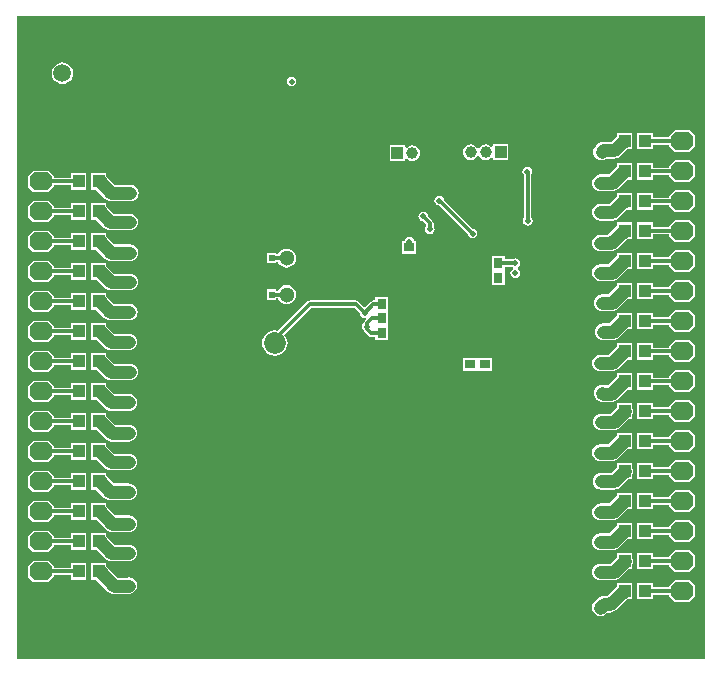
<source format=gbl>
G04*
G04 #@! TF.GenerationSoftware,Altium Limited,Altium Designer,22.3.1 (43)*
G04*
G04 Layer_Physical_Order=6*
G04 Layer_Color=16711680*
%FSLAX25Y25*%
%MOIN*%
G70*
G04*
G04 #@! TF.SameCoordinates,37EF6849-63C4-43C5-BECF-61DC3FF8894A*
G04*
G04*
G04 #@! TF.FilePolarity,Positive*
G04*
G01*
G75*
%ADD22R,0.03937X0.04331*%
%ADD46C,0.01181*%
%ADD47C,0.03937*%
%ADD48C,0.01190*%
%ADD53C,0.04300*%
%ADD54R,0.03937X0.03937*%
%ADD55C,0.03937*%
%ADD56C,0.05118*%
%ADD57C,0.07284*%
%ADD58R,0.07284X0.07284*%
G04:AMPARAMS|DCode=59|XSize=75mil|YSize=60mil|CornerRadius=0mil|HoleSize=0mil|Usage=FLASHONLY|Rotation=180.000|XOffset=0mil|YOffset=0mil|HoleType=Round|Shape=Octagon|*
%AMOCTAGOND59*
4,1,8,-0.03750,0.01500,-0.03750,-0.01500,-0.02250,-0.03000,0.02250,-0.03000,0.03750,-0.01500,0.03750,0.01500,0.02250,0.03000,-0.02250,0.03000,-0.03750,0.01500,0.0*
%
%ADD59OCTAGOND59*%

%ADD60R,0.05906X0.05906*%
%ADD61C,0.05906*%
%ADD62C,0.02000*%
%ADD70R,0.03150X0.03543*%
%ADD71R,0.03543X0.03150*%
%ADD72R,0.01968X0.02362*%
%ADD73C,0.03200*%
G36*
X231457Y25543D02*
X2243D01*
Y239757D01*
X231457D01*
X231457Y25543D01*
D02*
G37*
%LPC*%
G36*
X17300Y224383D02*
X16373Y224261D01*
X15508Y223903D01*
X14766Y223334D01*
X14197Y222592D01*
X13839Y221727D01*
X13717Y220800D01*
X13839Y219873D01*
X14197Y219008D01*
X14766Y218266D01*
X15508Y217697D01*
X16373Y217339D01*
X17300Y217217D01*
X18227Y217339D01*
X19092Y217697D01*
X19834Y218266D01*
X20403Y219008D01*
X20761Y219873D01*
X20883Y220800D01*
X20761Y221727D01*
X20403Y222592D01*
X19834Y223334D01*
X19092Y223903D01*
X18227Y224261D01*
X17300Y224383D01*
D02*
G37*
G36*
X93700Y219631D02*
X93076Y219507D01*
X92546Y219153D01*
X92193Y218624D01*
X92069Y218000D01*
X92193Y217376D01*
X92546Y216846D01*
X93076Y216493D01*
X93700Y216369D01*
X94324Y216493D01*
X94854Y216846D01*
X95207Y217376D01*
X95331Y218000D01*
X95207Y218624D01*
X94854Y219153D01*
X94324Y219507D01*
X93700Y219631D01*
D02*
G37*
G36*
X226450Y201800D02*
X221350D01*
X219550Y200000D01*
Y199414D01*
X214015D01*
Y200965D01*
X208878D01*
Y195435D01*
X214015D01*
Y196986D01*
X219550D01*
Y196400D01*
X221350Y194600D01*
X226450D01*
X228250Y196400D01*
Y200000D01*
X226450Y201800D01*
D02*
G37*
G36*
X133976Y196761D02*
X133306Y196672D01*
X132681Y196414D01*
X132144Y196002D01*
X132045Y195872D01*
X131545Y196042D01*
Y196739D01*
X126408D01*
Y191602D01*
X131545D01*
Y192298D01*
X132045Y192468D01*
X132144Y192338D01*
X132681Y191927D01*
X133306Y191668D01*
X133976Y191579D01*
X134647Y191668D01*
X135272Y191927D01*
X135808Y192338D01*
X136220Y192875D01*
X136479Y193500D01*
X136567Y194170D01*
X136479Y194841D01*
X136220Y195465D01*
X135808Y196002D01*
X135272Y196414D01*
X134647Y196672D01*
X133976Y196761D01*
D02*
G37*
G36*
X158346Y197079D02*
X157676Y196991D01*
X157051Y196732D01*
X156515Y196320D01*
X156121Y195808D01*
X155852Y195768D01*
X155841D01*
X155572Y195808D01*
X155178Y196320D01*
X154642Y196732D01*
X154017Y196991D01*
X153347Y197079D01*
X152676Y196991D01*
X152051Y196732D01*
X151515Y196320D01*
X151103Y195783D01*
X150844Y195159D01*
X150756Y194488D01*
X150844Y193818D01*
X151103Y193193D01*
X151515Y192656D01*
X152051Y192245D01*
X152676Y191986D01*
X153347Y191897D01*
X154017Y191986D01*
X154642Y192245D01*
X155178Y192656D01*
X155572Y193169D01*
X155841Y193208D01*
X155852D01*
X156121Y193169D01*
X156515Y192656D01*
X157051Y192245D01*
X157676Y191986D01*
X158346Y191897D01*
X159017Y191986D01*
X159642Y192245D01*
X160178Y192656D01*
X160278Y192786D01*
X160778Y192616D01*
Y191920D01*
X165915D01*
Y197057D01*
X160778D01*
Y196360D01*
X160278Y196190D01*
X160178Y196320D01*
X159642Y196732D01*
X159017Y196991D01*
X158346Y197079D01*
D02*
G37*
G36*
X204360Y200974D02*
X204296Y200965D01*
X202185D01*
Y199948D01*
X200090Y197853D01*
X197625D01*
X196907Y197758D01*
X196238Y197481D01*
X195663Y197040D01*
X195053Y196429D01*
X194612Y195855D01*
X194335Y195186D01*
X194240Y194468D01*
X194335Y193750D01*
X194612Y193081D01*
X195053Y192507D01*
X195627Y192066D01*
X196296Y191789D01*
X197014Y191694D01*
X197732Y191789D01*
X198401Y192066D01*
X198712Y192305D01*
X201239D01*
X201957Y192400D01*
X202625Y192677D01*
X203200Y193117D01*
X205517Y195435D01*
X207322D01*
Y200965D01*
X204423D01*
X204360Y200974D01*
D02*
G37*
G36*
X226450Y191800D02*
X221350D01*
X219550Y190000D01*
Y189314D01*
X214015D01*
Y190865D01*
X208878D01*
Y185335D01*
X214015D01*
Y186886D01*
X219550D01*
Y186400D01*
X221350Y184600D01*
X226450D01*
X228250Y186400D01*
Y190000D01*
X226450Y191800D01*
D02*
G37*
G36*
X12650Y188300D02*
X7550D01*
X5750Y186500D01*
Y182900D01*
X7550Y181100D01*
X12650D01*
X14450Y182900D01*
Y183486D01*
X20145D01*
Y181935D01*
X25282D01*
Y187465D01*
X20145D01*
Y185914D01*
X14450D01*
Y186500D01*
X12650Y188300D01*
D02*
G37*
G36*
X204360Y190874D02*
X204296Y190865D01*
X202185D01*
Y189848D01*
X199363Y187026D01*
X196653D01*
X195936Y186931D01*
X195267Y186654D01*
X194692Y186213D01*
X194251Y185639D01*
X193974Y184970D01*
X193880Y184252D01*
X193974Y183534D01*
X194251Y182865D01*
X194692Y182291D01*
X195267Y181850D01*
X195936Y181573D01*
X196653Y181478D01*
X200512D01*
X201230Y181573D01*
X201899Y181850D01*
X202473Y182291D01*
X205517Y185335D01*
X207322D01*
Y190865D01*
X204423D01*
X204360Y190874D01*
D02*
G37*
G36*
X226450Y181800D02*
X221350D01*
X219550Y180000D01*
Y179314D01*
X214015D01*
Y180865D01*
X208878D01*
Y175335D01*
X214015D01*
Y176886D01*
X219550D01*
Y176400D01*
X221350Y174600D01*
X226450D01*
X228250Y176400D01*
Y180000D01*
X226450Y181800D01*
D02*
G37*
G36*
X29800Y187474D02*
X29736Y187465D01*
X26838D01*
Y181935D01*
X28643D01*
X31633Y178944D01*
X32208Y178503D01*
X32877Y178226D01*
X33594Y178132D01*
X39961D01*
X40679Y178226D01*
X41348Y178503D01*
X41922Y178944D01*
X42363Y179519D01*
X42640Y180188D01*
X42734Y180905D01*
X42640Y181623D01*
X42363Y182292D01*
X41922Y182867D01*
X41348Y183308D01*
X40679Y183585D01*
X39961Y183679D01*
X34743D01*
X31975Y186448D01*
Y187465D01*
X29864D01*
X29800Y187474D01*
D02*
G37*
G36*
X12650Y178300D02*
X7550D01*
X5750Y176500D01*
Y172900D01*
X7550Y171100D01*
X12650D01*
X14450Y172900D01*
Y173486D01*
X20145D01*
Y171935D01*
X25282D01*
Y177465D01*
X20145D01*
Y175914D01*
X14450D01*
Y176500D01*
X12650Y178300D01*
D02*
G37*
G36*
X204360Y180874D02*
X204296Y180865D01*
X202185D01*
Y179848D01*
X199520Y177183D01*
X196653D01*
X195936Y177089D01*
X195267Y176812D01*
X194692Y176371D01*
X194251Y175796D01*
X193974Y175127D01*
X193880Y174409D01*
X193974Y173692D01*
X194251Y173023D01*
X194692Y172448D01*
X195267Y172007D01*
X195936Y171730D01*
X196653Y171636D01*
X200669D01*
X200669Y171636D01*
X201387Y171730D01*
X202056Y172007D01*
X202631Y172448D01*
X202631Y172448D01*
X205517Y175335D01*
X207322D01*
Y180865D01*
X204423D01*
X204360Y180874D01*
D02*
G37*
G36*
X172244Y189623D02*
X171620Y189499D01*
X171091Y189146D01*
X170737Y188616D01*
X170613Y187992D01*
X170737Y187368D01*
X171091Y186839D01*
X171227Y186747D01*
Y172692D01*
X170934Y172253D01*
X170810Y171628D01*
X170934Y171004D01*
X171287Y170475D01*
X171817Y170121D01*
X172441Y169997D01*
X173065Y170121D01*
X173594Y170475D01*
X173948Y171004D01*
X174072Y171628D01*
X173948Y172253D01*
X173655Y172692D01*
Y187223D01*
X173751Y187368D01*
X173875Y187992D01*
X173751Y188616D01*
X173398Y189146D01*
X172868Y189499D01*
X172244Y189623D01*
D02*
G37*
G36*
X226450Y171800D02*
X221350D01*
X219550Y170000D01*
Y169514D01*
X214015D01*
Y171065D01*
X208878D01*
Y165535D01*
X214015D01*
Y167086D01*
X219550D01*
Y166400D01*
X221350Y164600D01*
X226450D01*
X228250Y166400D01*
Y170000D01*
X226450Y171800D01*
D02*
G37*
G36*
X29800Y177474D02*
X29736Y177465D01*
X26838D01*
Y171935D01*
X28643D01*
X31343Y169234D01*
X31917Y168793D01*
X32586Y168516D01*
X33304Y168422D01*
X39700D01*
X40418Y168516D01*
X41087Y168793D01*
X41661Y169234D01*
X42102Y169809D01*
X42379Y170478D01*
X42473Y171196D01*
X42379Y171914D01*
X42102Y172582D01*
X41661Y173157D01*
X41087Y173598D01*
X40418Y173875D01*
X39700Y173969D01*
X34453D01*
X31975Y176448D01*
Y177465D01*
X29864D01*
X29800Y177474D01*
D02*
G37*
G36*
X137598Y174663D02*
X136974Y174539D01*
X136445Y174185D01*
X136091Y173656D01*
X135967Y173031D01*
X136091Y172407D01*
X136445Y171878D01*
X136974Y171524D01*
X137492Y171421D01*
X138596Y170318D01*
Y169764D01*
X138302Y169325D01*
X138178Y168701D01*
X138302Y168077D01*
X138656Y167547D01*
X139185Y167194D01*
X139810Y167069D01*
X140434Y167194D01*
X140963Y167547D01*
X141317Y168077D01*
X141441Y168701D01*
X141317Y169325D01*
X141023Y169764D01*
Y170820D01*
X141023Y170820D01*
X140931Y171285D01*
X140668Y171679D01*
X140668Y171679D01*
X139209Y173138D01*
X139106Y173656D01*
X138752Y174185D01*
X138223Y174539D01*
X137598Y174663D01*
D02*
G37*
G36*
X142913Y179978D02*
X142289Y179854D01*
X141760Y179500D01*
X141406Y178971D01*
X141282Y178347D01*
X141406Y177722D01*
X141760Y177193D01*
X142289Y176839D01*
X142913Y176715D01*
X142925Y176717D01*
X152423Y167219D01*
X152526Y166701D01*
X152880Y166172D01*
X153409Y165819D01*
X154033Y165694D01*
X154657Y165819D01*
X155187Y166172D01*
X155540Y166701D01*
X155665Y167326D01*
X155540Y167950D01*
X155187Y168479D01*
X154657Y168833D01*
X154140Y168936D01*
X144499Y178577D01*
X144421Y178971D01*
X144067Y179500D01*
X143538Y179854D01*
X142913Y179978D01*
D02*
G37*
G36*
X12650Y168300D02*
X7550D01*
X5750Y166500D01*
Y162900D01*
X7550Y161100D01*
X12650D01*
X14450Y162900D01*
Y163486D01*
X20145D01*
Y161935D01*
X25282D01*
Y167465D01*
X20145D01*
Y165914D01*
X14450D01*
Y166500D01*
X12650Y168300D01*
D02*
G37*
G36*
X204360Y171074D02*
X204296Y171065D01*
X202185D01*
Y170048D01*
X199084Y166947D01*
X196653D01*
X195936Y166852D01*
X195267Y166575D01*
X194692Y166135D01*
X194251Y165560D01*
X193974Y164891D01*
X193880Y164173D01*
X193974Y163455D01*
X194251Y162786D01*
X194692Y162212D01*
X195267Y161771D01*
X195936Y161494D01*
X196653Y161399D01*
X200233D01*
X200951Y161494D01*
X201620Y161771D01*
X202194Y162212D01*
X205517Y165535D01*
X207322D01*
Y171065D01*
X204423D01*
X204360Y171074D01*
D02*
G37*
G36*
X132874Y166198D02*
X132250Y166074D01*
X131720Y165720D01*
X131367Y165191D01*
X131325Y164983D01*
X130442D01*
Y160633D01*
X135185D01*
Y164983D01*
X134423D01*
X134381Y165191D01*
X134028Y165720D01*
X133498Y166074D01*
X132874Y166198D01*
D02*
G37*
G36*
X92042Y162351D02*
X91217Y162242D01*
X90449Y161924D01*
X89789Y161418D01*
X89282Y160758D01*
X89125Y160379D01*
X88626D01*
Y160946D01*
X85457D01*
Y157384D01*
X88626D01*
Y157951D01*
X89125D01*
X89282Y157571D01*
X89789Y156912D01*
X90449Y156405D01*
X91217Y156087D01*
X92042Y155978D01*
X92866Y156087D01*
X93635Y156405D01*
X94295Y156912D01*
X94801Y157571D01*
X95120Y158340D01*
X95228Y159165D01*
X95120Y159989D01*
X94801Y160758D01*
X94295Y161418D01*
X93635Y161924D01*
X92866Y162242D01*
X92042Y162351D01*
D02*
G37*
G36*
X226450Y161800D02*
X221350D01*
X219550Y160000D01*
Y159414D01*
X214015D01*
Y160965D01*
X208878D01*
Y155435D01*
X214015D01*
Y156986D01*
X219550D01*
Y156400D01*
X221350Y154600D01*
X226450D01*
X228250Y156400D01*
Y160000D01*
X226450Y161800D01*
D02*
G37*
G36*
X29800Y167474D02*
X29736Y167465D01*
X26838D01*
Y161935D01*
X28643D01*
X31561Y159016D01*
X32135Y158575D01*
X32805Y158298D01*
X33522Y158204D01*
X39718D01*
X40436Y158298D01*
X41105Y158575D01*
X41679Y159016D01*
X42120Y159591D01*
X42397Y160260D01*
X42491Y160977D01*
X42397Y161695D01*
X42120Y162364D01*
X41679Y162939D01*
X41105Y163380D01*
X40436Y163657D01*
X39718Y163751D01*
X34671D01*
X31975Y166448D01*
Y167465D01*
X29864D01*
X29800Y167474D01*
D02*
G37*
G36*
X164728Y159934D02*
X160379D01*
Y155434D01*
X160379Y155062D01*
X160379Y154691D01*
Y150190D01*
X164728D01*
Y154691D01*
X164728Y155062D01*
X164728Y155434D01*
Y156348D01*
X167139D01*
X167154Y156327D01*
X167516Y156085D01*
X167523Y156066D01*
Y155548D01*
X167516Y155529D01*
X167154Y155287D01*
X166800Y154758D01*
X166676Y154134D01*
X166800Y153510D01*
X167154Y152980D01*
X167683Y152627D01*
X168307Y152503D01*
X168931Y152627D01*
X169461Y152980D01*
X169814Y153510D01*
X169938Y154134D01*
X169814Y154758D01*
X169461Y155287D01*
X169099Y155529D01*
X169092Y155548D01*
Y156066D01*
X169099Y156085D01*
X169461Y156327D01*
X169814Y156856D01*
X169938Y157480D01*
X169814Y158105D01*
X169461Y158634D01*
X168931Y158987D01*
X168307Y159112D01*
X167683Y158987D01*
X167366Y158776D01*
X164728D01*
Y159934D01*
D02*
G37*
G36*
X12650Y158300D02*
X7550D01*
X5750Y156500D01*
Y152900D01*
X7550Y151100D01*
X12650D01*
X14450Y152900D01*
Y153486D01*
X20145D01*
Y151935D01*
X25282D01*
Y157465D01*
X20145D01*
Y155914D01*
X14450D01*
Y156500D01*
X12650Y158300D01*
D02*
G37*
G36*
X204360Y160974D02*
X204296Y160965D01*
X202185D01*
Y159948D01*
X199342Y157104D01*
X196653D01*
X195936Y157010D01*
X195267Y156733D01*
X194692Y156292D01*
X194251Y155718D01*
X193974Y155049D01*
X193880Y154331D01*
X193974Y153613D01*
X194251Y152944D01*
X194692Y152369D01*
X195267Y151929D01*
X195936Y151652D01*
X196653Y151557D01*
X200491D01*
X201208Y151652D01*
X201877Y151929D01*
X202452Y152369D01*
X205517Y155435D01*
X207322D01*
Y160965D01*
X204423D01*
X204360Y160974D01*
D02*
G37*
G36*
X226450Y151800D02*
X221350D01*
X219550Y150000D01*
Y149414D01*
X214015D01*
Y150965D01*
X208878D01*
Y145435D01*
X214015D01*
Y146986D01*
X219550D01*
Y146400D01*
X221350Y144600D01*
X226450D01*
X228250Y146400D01*
Y150000D01*
X226450Y151800D01*
D02*
G37*
G36*
X29800Y157474D02*
X29736Y157465D01*
X26838D01*
Y151935D01*
X28643D01*
X31382Y149195D01*
X31957Y148754D01*
X32626Y148477D01*
X33344Y148383D01*
X39575D01*
X39764Y148358D01*
X40482Y148452D01*
X41151Y148729D01*
X41725Y149170D01*
X42166Y149745D01*
X42443Y150414D01*
X42538Y151131D01*
X42443Y151849D01*
X42166Y152518D01*
X41725Y153093D01*
X41700Y153118D01*
X41126Y153558D01*
X40457Y153835D01*
X39739Y153930D01*
X34492D01*
X31975Y156448D01*
Y157465D01*
X29864D01*
X29800Y157474D01*
D02*
G37*
G36*
X92042Y150146D02*
X91217Y150038D01*
X90449Y149719D01*
X89789Y149213D01*
X89282Y148553D01*
X89125Y148174D01*
X88626D01*
Y148741D01*
X85457D01*
Y145179D01*
X88626D01*
Y145746D01*
X89125D01*
X89282Y145367D01*
X89789Y144707D01*
X90449Y144200D01*
X91217Y143882D01*
X92042Y143773D01*
X92866Y143882D01*
X93635Y144200D01*
X94295Y144707D01*
X94801Y145367D01*
X95120Y146135D01*
X95228Y146960D01*
X95120Y147784D01*
X94801Y148553D01*
X94295Y149213D01*
X93635Y149719D01*
X92866Y150038D01*
X92042Y150146D01*
D02*
G37*
G36*
X125961Y146178D02*
X121611D01*
Y145020D01*
X120968D01*
X120968Y145020D01*
X120690Y144965D01*
X120503Y144928D01*
X120503Y144928D01*
X120109Y144665D01*
X118263Y142819D01*
X117763Y142819D01*
X115871Y144711D01*
X115477Y144974D01*
X115013Y145067D01*
X115013Y145067D01*
X99844D01*
X99844Y145067D01*
X99379Y144974D01*
X98986Y144711D01*
X98986Y144711D01*
X89250Y134976D01*
X89205Y134995D01*
X88098Y135141D01*
X86990Y134995D01*
X85958Y134567D01*
X85072Y133887D01*
X84392Y133001D01*
X83965Y131969D01*
X83819Y130862D01*
X83965Y129755D01*
X84392Y128723D01*
X85072Y127837D01*
X85958Y127157D01*
X86990Y126730D01*
X88098Y126584D01*
X89205Y126730D01*
X90237Y127157D01*
X91123Y127837D01*
X91803Y128723D01*
X92230Y129755D01*
X92376Y130862D01*
X92230Y131969D01*
X91803Y133001D01*
X91328Y133620D01*
X100347Y142639D01*
X114510D01*
X116403Y140745D01*
X116506Y140228D01*
X116860Y139699D01*
X117389Y139345D01*
X118013Y139221D01*
X118362Y139290D01*
X118609Y138829D01*
X118039Y138260D01*
X117776Y137866D01*
X117714Y137554D01*
X117624Y137494D01*
X117270Y136965D01*
X117146Y136341D01*
X117270Y135716D01*
X117624Y135187D01*
X117749Y135103D01*
X117776Y134968D01*
X118039Y134575D01*
X119410Y133204D01*
X119410Y133204D01*
X119804Y132941D01*
X120268Y132849D01*
X121611D01*
Y131691D01*
X125961D01*
Y136434D01*
X125961D01*
Y136691D01*
X125961D01*
Y140935D01*
X125961Y141434D01*
X125961Y141934D01*
Y146178D01*
D02*
G37*
G36*
X12650Y148300D02*
X7550D01*
X5750Y146500D01*
Y142900D01*
X7550Y141100D01*
X12650D01*
X14450Y142900D01*
Y143486D01*
X20145D01*
Y141935D01*
X25282D01*
Y147465D01*
X20145D01*
Y145914D01*
X14450D01*
Y146500D01*
X12650Y148300D01*
D02*
G37*
G36*
X204360Y150974D02*
X204296Y150965D01*
X202185D01*
Y149948D01*
X199302Y147065D01*
X197244D01*
X196526Y146971D01*
X195857Y146694D01*
X195283Y146253D01*
X194842Y145678D01*
X194565Y145009D01*
X194470Y144291D01*
X194565Y143573D01*
X194842Y142904D01*
X195283Y142330D01*
X195857Y141889D01*
X196526Y141612D01*
X197244Y141518D01*
X200451D01*
X201169Y141612D01*
X201838Y141889D01*
X202413Y142330D01*
X205517Y145435D01*
X207322D01*
Y150965D01*
X204423D01*
X204360Y150974D01*
D02*
G37*
G36*
X226450Y141800D02*
X221350D01*
X219550Y140000D01*
Y139414D01*
X214015D01*
Y140965D01*
X208878D01*
Y135435D01*
X214015D01*
Y136986D01*
X219550D01*
Y136400D01*
X221350Y134600D01*
X226450D01*
X228250Y136400D01*
Y140000D01*
X226450Y141800D01*
D02*
G37*
G36*
X29800Y147474D02*
X29736Y147465D01*
X26838D01*
Y141935D01*
X28643D01*
X31304Y139274D01*
X31878Y138833D01*
X32547Y138556D01*
X33265Y138461D01*
X39660D01*
X40378Y138556D01*
X41047Y138833D01*
X41622Y139274D01*
X42062Y139848D01*
X42339Y140517D01*
X42434Y141235D01*
X42339Y141953D01*
X42062Y142622D01*
X41622Y143196D01*
X41047Y143637D01*
X40378Y143914D01*
X39660Y144009D01*
X34414D01*
X31975Y146448D01*
Y147465D01*
X29864D01*
X29800Y147474D01*
D02*
G37*
G36*
X12650Y138300D02*
X7550D01*
X5750Y136500D01*
Y132900D01*
X7550Y131100D01*
X12650D01*
X14450Y132900D01*
Y133486D01*
X20145D01*
Y131935D01*
X25282D01*
Y137465D01*
X20145D01*
Y135914D01*
X14450D01*
Y136500D01*
X12650Y138300D01*
D02*
G37*
G36*
X204360Y140974D02*
X204296Y140965D01*
X202185D01*
Y139948D01*
X199643Y137406D01*
X197580D01*
X196862Y137311D01*
X196194Y137034D01*
X195619Y136593D01*
X195618Y136593D01*
X195178Y136018D01*
X194901Y135349D01*
X194806Y134632D01*
X194901Y133914D01*
X195178Y133245D01*
X195618Y132670D01*
X196193Y132229D01*
X196862Y131952D01*
X197580Y131858D01*
X197584Y131858D01*
X200792D01*
X201510Y131953D01*
X202179Y132230D01*
X202753Y132671D01*
X205517Y135435D01*
X207322D01*
Y140965D01*
X204423D01*
X204360Y140974D01*
D02*
G37*
G36*
X226450Y131800D02*
X221350D01*
X219550Y130000D01*
Y129314D01*
X214015D01*
Y130865D01*
X208878D01*
Y125335D01*
X214015D01*
Y126886D01*
X219550D01*
Y126400D01*
X221350Y124600D01*
X226450D01*
X228250Y126400D01*
Y130000D01*
X226450Y131800D01*
D02*
G37*
G36*
X29800Y137474D02*
X29736Y137465D01*
X26838D01*
Y131935D01*
X28643D01*
X31407Y129170D01*
X31407Y129170D01*
X31982Y128729D01*
X32651Y128452D01*
X33368Y128358D01*
X33369Y128358D01*
X39567D01*
X40285Y128452D01*
X40954Y128729D01*
X41528Y129170D01*
X41969Y129745D01*
X42246Y130414D01*
X42341Y131131D01*
X42246Y131849D01*
X41969Y132518D01*
X41528Y133093D01*
X40954Y133534D01*
X40285Y133811D01*
X39567Y133905D01*
X34517D01*
X31975Y136448D01*
Y137465D01*
X29864D01*
X29800Y137474D01*
D02*
G37*
G36*
X12650Y128300D02*
X7550D01*
X5750Y126500D01*
Y122900D01*
X7550Y121100D01*
X12650D01*
X14450Y122900D01*
Y123486D01*
X20145D01*
Y121935D01*
X25282D01*
Y127465D01*
X20145D01*
Y125914D01*
X14450D01*
Y126500D01*
X12650Y128300D01*
D02*
G37*
G36*
X155670Y125981D02*
X155170Y125981D01*
X150926D01*
Y121632D01*
X155170D01*
X155669Y121632D01*
X156169Y121632D01*
X160413D01*
Y125981D01*
X155670Y125981D01*
D02*
G37*
G36*
X204360Y130874D02*
X204296Y130865D01*
X202185D01*
Y129848D01*
X199324Y126986D01*
X196653D01*
X195936Y126892D01*
X195267Y126615D01*
X194692Y126174D01*
X194251Y125600D01*
X193974Y124931D01*
X193880Y124213D01*
X193974Y123495D01*
X194251Y122826D01*
X194692Y122251D01*
X195267Y121810D01*
X195936Y121533D01*
X196653Y121439D01*
X200472D01*
X201190Y121533D01*
X201859Y121810D01*
X202434Y122251D01*
X205517Y125335D01*
X207322D01*
Y130865D01*
X204423D01*
X204360Y130874D01*
D02*
G37*
G36*
X226450Y121800D02*
X221350D01*
X219550Y120000D01*
Y119314D01*
X214259D01*
X214184Y119495D01*
X214015Y119715D01*
Y120865D01*
X208878D01*
Y115335D01*
X214015D01*
Y116685D01*
X214170Y116886D01*
X219550D01*
Y116400D01*
X221350Y114600D01*
X226450D01*
X228250Y116400D01*
Y120000D01*
X226450Y121800D01*
D02*
G37*
G36*
X29800Y127474D02*
X29736Y127465D01*
X26838D01*
Y121935D01*
X28643D01*
X31407Y119170D01*
X31982Y118729D01*
X32651Y118452D01*
X33368Y118358D01*
X39764D01*
X40482Y118452D01*
X41151Y118729D01*
X41725Y119170D01*
X42166Y119745D01*
X42443Y120414D01*
X42538Y121132D01*
X42443Y121849D01*
X42166Y122518D01*
X41725Y123093D01*
X41151Y123534D01*
X40482Y123811D01*
X39764Y123905D01*
X34517D01*
X31975Y126448D01*
Y127465D01*
X29864D01*
X29800Y127474D01*
D02*
G37*
G36*
X204360Y120874D02*
X204296Y120865D01*
X202185D01*
Y119848D01*
X199087Y116750D01*
X198244D01*
X197997Y116852D01*
X197279Y116947D01*
X196561Y116852D01*
X195892Y116575D01*
X195317Y116135D01*
X194877Y115560D01*
X194599Y114891D01*
X194505Y114173D01*
X194599Y113455D01*
X194877Y112786D01*
X195317Y112212D01*
X195514Y112015D01*
X196089Y111574D01*
X196758Y111297D01*
X197476Y111203D01*
X200236D01*
X200954Y111297D01*
X201623Y111574D01*
X202198Y112015D01*
X205517Y115335D01*
X207322D01*
Y120865D01*
X204423D01*
X204360Y120874D01*
D02*
G37*
G36*
X12650Y118300D02*
X7550D01*
X5750Y116500D01*
Y112900D01*
X7550Y111100D01*
X12650D01*
X14450Y112900D01*
Y113486D01*
X20145D01*
Y111935D01*
X25282D01*
Y117465D01*
X20145D01*
Y115914D01*
X14450D01*
Y116500D01*
X12650Y118300D01*
D02*
G37*
G36*
X226450Y111800D02*
X221350D01*
X219550Y110000D01*
Y109414D01*
X214015D01*
Y110965D01*
X208878D01*
Y105435D01*
X214015D01*
Y106986D01*
X219550D01*
Y106400D01*
X221350Y104600D01*
X226450D01*
X228250Y106400D01*
Y110000D01*
X226450Y111800D01*
D02*
G37*
G36*
X29800Y117474D02*
X29736Y117465D01*
X26838D01*
Y111935D01*
X28643D01*
X31515Y109062D01*
X32089Y108622D01*
X32758Y108344D01*
X33476Y108250D01*
X39567D01*
X40285Y108344D01*
X40954Y108622D01*
X41528Y109062D01*
X41969Y109637D01*
X42246Y110306D01*
X42341Y111024D01*
X42246Y111741D01*
X41969Y112410D01*
X41528Y112985D01*
X40954Y113426D01*
X40285Y113703D01*
X39567Y113797D01*
X34625D01*
X31975Y116448D01*
Y117465D01*
X29864D01*
X29800Y117474D01*
D02*
G37*
G36*
X12650Y108300D02*
X7550D01*
X5750Y106500D01*
Y102900D01*
X7550Y101100D01*
X12650D01*
X14450Y102900D01*
Y103486D01*
X20145D01*
Y101935D01*
X25282D01*
Y107465D01*
X20145D01*
Y105914D01*
X14450D01*
Y106500D01*
X12650Y108300D01*
D02*
G37*
G36*
X204753Y110974D02*
X204690Y110965D01*
X202185D01*
Y109554D01*
X199932Y107301D01*
X196850D01*
X196133Y107207D01*
X195464Y106930D01*
X194889Y106489D01*
X194448Y105914D01*
X194171Y105245D01*
X194077Y104528D01*
X194171Y103810D01*
X194448Y103141D01*
X194889Y102566D01*
X195464Y102125D01*
X196133Y101848D01*
X196850Y101754D01*
X201081D01*
X201799Y101848D01*
X202468Y102125D01*
X203042Y102566D01*
X205911Y105435D01*
X207322D01*
Y107215D01*
X207433Y107482D01*
X207527Y108200D01*
X207433Y108918D01*
X207322Y109185D01*
Y110965D01*
X204817D01*
X204753Y110974D01*
D02*
G37*
G36*
X226450Y101800D02*
X221350D01*
X219550Y100000D01*
Y99414D01*
X214015D01*
Y100965D01*
X208878D01*
Y95435D01*
X214015D01*
Y96986D01*
X219550D01*
Y96400D01*
X221350Y94600D01*
X226450D01*
X228250Y96400D01*
Y100000D01*
X226450Y101800D01*
D02*
G37*
G36*
X29800Y107474D02*
X29736Y107465D01*
X26838D01*
Y101935D01*
X28643D01*
X31751Y98826D01*
X32326Y98385D01*
X32995Y98108D01*
X33713Y98014D01*
X39567D01*
X40285Y98108D01*
X40954Y98385D01*
X41528Y98826D01*
X41969Y99401D01*
X42246Y100069D01*
X42341Y100787D01*
X42246Y101505D01*
X41969Y102174D01*
X41528Y102749D01*
X40954Y103190D01*
X40285Y103467D01*
X39567Y103561D01*
X34861D01*
X31975Y106448D01*
Y107465D01*
X29864D01*
X29800Y107474D01*
D02*
G37*
G36*
X204360Y100974D02*
X204296Y100965D01*
X202185D01*
Y99948D01*
X199302Y97065D01*
X196845D01*
X196653Y97090D01*
X195936Y96996D01*
X195267Y96719D01*
X194692Y96278D01*
X194251Y95703D01*
X193974Y95034D01*
X193880Y94317D01*
X193974Y93599D01*
X194251Y92930D01*
X194692Y92355D01*
X194717Y92330D01*
X195292Y91889D01*
X195961Y91612D01*
X196679Y91518D01*
X200451D01*
X201169Y91612D01*
X201838Y91889D01*
X202413Y92330D01*
X205517Y95435D01*
X207322D01*
Y100965D01*
X204423D01*
X204360Y100974D01*
D02*
G37*
G36*
X12650Y98300D02*
X7550D01*
X5750Y96500D01*
Y92900D01*
X7550Y91100D01*
X12650D01*
X14450Y92900D01*
Y93486D01*
X20145D01*
Y91935D01*
X25282D01*
Y97465D01*
X20145D01*
Y95914D01*
X14450D01*
Y96500D01*
X12650Y98300D01*
D02*
G37*
G36*
X226450Y91800D02*
X221350D01*
X219550Y90000D01*
Y89414D01*
X214015D01*
Y90965D01*
X208878D01*
Y85435D01*
X214015D01*
Y86986D01*
X219550D01*
Y86400D01*
X221350Y84600D01*
X226450D01*
X228250Y86400D01*
Y90000D01*
X226450Y91800D01*
D02*
G37*
G36*
X29800Y97474D02*
X29736Y97465D01*
X26838D01*
Y91935D01*
X28643D01*
X31407Y89170D01*
X31982Y88729D01*
X32651Y88452D01*
X33368Y88358D01*
X39567D01*
X40285Y88452D01*
X40954Y88729D01*
X41528Y89170D01*
X41969Y89745D01*
X42246Y90414D01*
X42341Y91132D01*
X42246Y91849D01*
X41969Y92518D01*
X41528Y93093D01*
X40954Y93534D01*
X40285Y93811D01*
X39567Y93905D01*
X34517D01*
X31975Y96448D01*
Y97465D01*
X29864D01*
X29800Y97474D01*
D02*
G37*
G36*
X204753Y90974D02*
X204690Y90965D01*
X202185D01*
Y89554D01*
X200142Y87511D01*
X196956D01*
X196238Y87416D01*
X195569Y87139D01*
X194995Y86698D01*
X194554Y86124D01*
X194277Y85455D01*
X194182Y84737D01*
X194277Y84019D01*
X194554Y83350D01*
X194995Y82776D01*
X195569Y82335D01*
X196238Y82058D01*
X196956Y81963D01*
X201290D01*
X202008Y82058D01*
X202677Y82335D01*
X203252Y82776D01*
X205911Y85435D01*
X207322D01*
Y87215D01*
X207433Y87482D01*
X207527Y88200D01*
X207433Y88918D01*
X207322Y89185D01*
Y90965D01*
X204817D01*
X204753Y90974D01*
D02*
G37*
G36*
X12650Y88300D02*
X7550D01*
X5750Y86500D01*
Y82900D01*
X7550Y81100D01*
X12650D01*
X14450Y82900D01*
Y83486D01*
X20145D01*
Y81935D01*
X25282D01*
Y87465D01*
X20145D01*
Y85914D01*
X14450D01*
Y86500D01*
X12650Y88300D01*
D02*
G37*
G36*
X226450Y81800D02*
X221350D01*
X219550Y80000D01*
Y79414D01*
X214015D01*
Y80965D01*
X208878D01*
Y75435D01*
X214015D01*
Y76986D01*
X219550D01*
Y76400D01*
X221350Y74600D01*
X226450D01*
X228250Y76400D01*
Y80000D01*
X226450Y81800D01*
D02*
G37*
G36*
X29800Y87474D02*
X29736Y87465D01*
X26838D01*
Y81935D01*
X28643D01*
X31239Y79338D01*
X31814Y78897D01*
X32483Y78620D01*
X33201Y78526D01*
X38421D01*
X38598Y78452D01*
X39316Y78358D01*
X39567D01*
X40285Y78452D01*
X40954Y78729D01*
X41528Y79170D01*
X41969Y79745D01*
X42246Y80414D01*
X42341Y81132D01*
X42246Y81849D01*
X41969Y82518D01*
X41528Y83093D01*
X40954Y83534D01*
X40285Y83811D01*
X40264Y83813D01*
X39866Y83978D01*
X39148Y84073D01*
X34350D01*
X31975Y86448D01*
Y87465D01*
X29864D01*
X29800Y87474D01*
D02*
G37*
G36*
X12650Y78300D02*
X7550D01*
X5750Y76500D01*
Y72900D01*
X7550Y71100D01*
X12650D01*
X14450Y72900D01*
Y73486D01*
X20145D01*
Y71935D01*
X25282D01*
Y77465D01*
X20145D01*
Y75914D01*
X14450D01*
Y76500D01*
X12650Y78300D01*
D02*
G37*
G36*
X204360Y80974D02*
X204296Y80965D01*
X202185D01*
Y79948D01*
X199617Y77380D01*
X196688D01*
X195970Y77285D01*
X195301Y77008D01*
X194727Y76568D01*
X194692Y76533D01*
X194251Y75959D01*
X193974Y75289D01*
X193880Y74572D01*
X193974Y73854D01*
X194251Y73185D01*
X194692Y72610D01*
X195267Y72170D01*
X195936Y71892D01*
X196653Y71798D01*
X196917Y71833D01*
X200766D01*
X201484Y71927D01*
X202153Y72204D01*
X202728Y72645D01*
X205517Y75435D01*
X207322D01*
Y80965D01*
X204423D01*
X204360Y80974D01*
D02*
G37*
G36*
X226450Y71800D02*
X221350D01*
X219550Y70000D01*
Y69414D01*
X214015D01*
Y70965D01*
X208878D01*
Y65435D01*
X214015D01*
Y66986D01*
X219550D01*
Y66400D01*
X221350Y64600D01*
X226450D01*
X228250Y66400D01*
Y70000D01*
X226450Y71800D01*
D02*
G37*
G36*
X29800Y77474D02*
X29736Y77465D01*
X26838D01*
Y71935D01*
X28643D01*
X31869Y68708D01*
X32444Y68267D01*
X33113Y67990D01*
X33831Y67896D01*
X39567D01*
X40285Y67990D01*
X40954Y68267D01*
X41528Y68708D01*
X41969Y69282D01*
X42246Y69951D01*
X42341Y70669D01*
X42246Y71387D01*
X41969Y72056D01*
X41528Y72631D01*
X40954Y73071D01*
X40285Y73348D01*
X39567Y73443D01*
X34980D01*
X31975Y76448D01*
Y77465D01*
X29864D01*
X29800Y77474D01*
D02*
G37*
G36*
X12650Y68300D02*
X7550D01*
X5750Y66500D01*
Y62900D01*
X7550Y61100D01*
X12650D01*
X14450Y62900D01*
Y63486D01*
X20145D01*
Y61935D01*
X25282D01*
Y67465D01*
X20145D01*
Y65914D01*
X14450D01*
Y66500D01*
X12650Y68300D01*
D02*
G37*
G36*
X204360Y70974D02*
X204296Y70965D01*
X202185D01*
Y69948D01*
X199643Y67405D01*
X196457D01*
X195739Y67311D01*
X195070Y67034D01*
X194495Y66593D01*
X194055Y66018D01*
X193778Y65349D01*
X193683Y64631D01*
X193778Y63914D01*
X194055Y63245D01*
X194495Y62670D01*
X195070Y62229D01*
X195739Y61952D01*
X196457Y61858D01*
X200791D01*
X201509Y61952D01*
X202178Y62229D01*
X202753Y62670D01*
X205517Y65435D01*
X207322D01*
Y70965D01*
X204423D01*
X204360Y70974D01*
D02*
G37*
G36*
X226450Y61800D02*
X221350D01*
X219550Y60000D01*
Y59414D01*
X214015D01*
Y60965D01*
X208878D01*
Y55435D01*
X214015D01*
Y56986D01*
X219550D01*
Y56400D01*
X221350Y54600D01*
X226450D01*
X228250Y56400D01*
Y60000D01*
X226450Y61800D01*
D02*
G37*
G36*
X29800Y67474D02*
X29736Y67465D01*
X26838D01*
Y61935D01*
X28643D01*
X31712Y58865D01*
X32286Y58425D01*
X32955Y58148D01*
X33673Y58053D01*
X39567D01*
X40285Y58148D01*
X40954Y58425D01*
X41528Y58865D01*
X41969Y59440D01*
X42246Y60109D01*
X42341Y60827D01*
X42246Y61545D01*
X41969Y62214D01*
X41528Y62788D01*
X40954Y63229D01*
X40285Y63506D01*
X39567Y63600D01*
X34822D01*
X31975Y66448D01*
Y67465D01*
X29864D01*
X29800Y67474D01*
D02*
G37*
G36*
X12650Y58300D02*
X7550D01*
X5750Y56500D01*
Y52900D01*
X7550Y51100D01*
X12650D01*
X14450Y52900D01*
Y53486D01*
X20145D01*
Y51935D01*
X25282D01*
Y57465D01*
X20145D01*
Y55914D01*
X14450D01*
Y56500D01*
X12650Y58300D01*
D02*
G37*
G36*
X204753Y60974D02*
X204690Y60965D01*
X202185D01*
Y59554D01*
X199932Y57301D01*
X196457D01*
X195739Y57207D01*
X195070Y56930D01*
X194495Y56489D01*
X194055Y55914D01*
X193778Y55246D01*
X193683Y54528D01*
X193778Y53810D01*
X194055Y53141D01*
X194495Y52566D01*
X195070Y52125D01*
X195739Y51848D01*
X196457Y51754D01*
X201081D01*
X201799Y51848D01*
X202468Y52125D01*
X203042Y52566D01*
X205911Y55435D01*
X207322D01*
Y57215D01*
X207433Y57482D01*
X207527Y58200D01*
X207433Y58918D01*
X207322Y59185D01*
Y60965D01*
X204817D01*
X204753Y60974D01*
D02*
G37*
G36*
X226450Y51800D02*
X221350D01*
X219550Y50000D01*
Y49414D01*
X214015D01*
Y50965D01*
X208878D01*
Y45435D01*
X214015D01*
Y46986D01*
X219550D01*
Y46400D01*
X221350Y44600D01*
X226450D01*
X228250Y46400D01*
Y50000D01*
X226450Y51800D01*
D02*
G37*
G36*
X29800Y57474D02*
X29736Y57465D01*
X26838D01*
Y51935D01*
X28643D01*
X32639Y47939D01*
X33213Y47498D01*
X33882Y47221D01*
X34600Y47126D01*
X39270D01*
X39988Y47221D01*
X40657Y47498D01*
X41231Y47939D01*
X41331Y48039D01*
X41772Y48613D01*
X42049Y49282D01*
X42144Y50000D01*
X42049Y50718D01*
X41772Y51387D01*
X41331Y51961D01*
X40757Y52402D01*
X40088Y52679D01*
X39370Y52774D01*
X38652Y52679D01*
X38639Y52674D01*
X35749D01*
X31975Y56448D01*
Y57465D01*
X29864D01*
X29800Y57474D01*
D02*
G37*
G36*
X204360Y50974D02*
X204296Y50965D01*
X202185D01*
Y49948D01*
X198772Y46535D01*
X197765D01*
X197047Y46441D01*
X196378Y46163D01*
X195803Y45723D01*
X194692Y44612D01*
X194251Y44037D01*
X193974Y43368D01*
X193880Y42650D01*
X193974Y41932D01*
X194251Y41263D01*
X194692Y40689D01*
X195267Y40248D01*
X195936Y39971D01*
X196653Y39877D01*
X197371Y39971D01*
X198040Y40248D01*
X198615Y40689D01*
X198914Y40988D01*
X199921D01*
X200639Y41082D01*
X201308Y41359D01*
X201883Y41800D01*
X205517Y45435D01*
X207322D01*
Y50965D01*
X204423D01*
X204360Y50974D01*
D02*
G37*
%LPD*%
D22*
X22713Y184700D02*
D03*
X29406D02*
D03*
X22713Y174700D02*
D03*
X29406D02*
D03*
X22713Y164700D02*
D03*
X29406D02*
D03*
X22713Y154700D02*
D03*
X29406D02*
D03*
X22713Y144700D02*
D03*
X29406D02*
D03*
X22713Y134700D02*
D03*
X29406D02*
D03*
X22713Y124700D02*
D03*
X29406D02*
D03*
X22713Y114700D02*
D03*
X29406D02*
D03*
X22713Y104700D02*
D03*
X29406D02*
D03*
X22713Y94700D02*
D03*
X29406D02*
D03*
X22713Y84700D02*
D03*
X29406D02*
D03*
X22713Y74700D02*
D03*
X29406D02*
D03*
X22713Y64700D02*
D03*
X29406D02*
D03*
X22713Y54700D02*
D03*
X29406D02*
D03*
X211446Y198200D02*
D03*
X204753D02*
D03*
X211446Y188100D02*
D03*
X204753D02*
D03*
X211446Y178100D02*
D03*
X204753D02*
D03*
X211446Y168300D02*
D03*
X204753D02*
D03*
X211446Y158200D02*
D03*
X204753D02*
D03*
X211446Y148200D02*
D03*
X204753D02*
D03*
X211446Y138200D02*
D03*
X204753D02*
D03*
X211446Y128100D02*
D03*
X204753D02*
D03*
X211446Y118100D02*
D03*
X204753D02*
D03*
X211446Y108200D02*
D03*
X204753D02*
D03*
X211446Y98200D02*
D03*
X204753D02*
D03*
X211446Y88200D02*
D03*
X204753D02*
D03*
X211446Y78200D02*
D03*
X204753D02*
D03*
X211446Y68200D02*
D03*
X204753D02*
D03*
X211446Y58200D02*
D03*
X204753D02*
D03*
X211446Y48200D02*
D03*
X204753D02*
D03*
D46*
X172244Y187992D02*
X172441Y187795D01*
Y171628D02*
Y187795D01*
X142913Y178347D02*
X143012D01*
X154033Y167326D01*
X132814Y164506D02*
X132874Y164567D01*
X132814Y162808D02*
Y164506D01*
X139810Y168701D02*
Y170820D01*
X137598Y173031D02*
X139810Y170820D01*
X10100Y184700D02*
X22713D01*
X10100Y174700D02*
X22713D01*
X10100Y164700D02*
X22713D01*
X10100Y154700D02*
X22713D01*
X10100Y144700D02*
X22713D01*
X10100Y134700D02*
X22713D01*
X10100Y124700D02*
X22713D01*
X10100Y114700D02*
X22713D01*
X10100Y104700D02*
X22713D01*
X10100Y94700D02*
X22713D01*
X10100Y84700D02*
X22713D01*
X10100Y74700D02*
X22713D01*
X10100Y64700D02*
X22713D01*
X10100Y54700D02*
X22713D01*
X211446Y198200D02*
X223900D01*
X211446Y188100D02*
X223900D01*
X211446Y178100D02*
X223900D01*
X211446Y168300D02*
X223900D01*
X211446Y158200D02*
X223900D01*
X211446Y148200D02*
X223900D01*
X211446Y138200D02*
X223900D01*
X211446Y128100D02*
X223900D01*
X211446Y118100D02*
X223900D01*
X211446Y108200D02*
X223900D01*
X211446Y98200D02*
X223900D01*
X211446Y88200D02*
X223900D01*
X211446Y78200D02*
X223900D01*
X211446Y68200D02*
X223900D01*
X211446Y58200D02*
X223900D01*
X211446Y48200D02*
X223900D01*
X118898Y135433D02*
X120268Y134062D01*
X118898Y135433D02*
Y137402D01*
X120558Y139062D01*
X118778Y136341D02*
X118898D01*
X120268Y134062D02*
X123786D01*
X120558Y139062D02*
X123786D01*
X129298Y134062D02*
Y143806D01*
X153251Y129318D02*
X158042D01*
X129398Y138962D02*
X129498Y139062D01*
X99844Y143853D02*
X115013D01*
X118013Y140852D01*
X120968Y143806D01*
X123786D01*
X129498Y139062D02*
X136742D01*
X88098Y132106D02*
X99844Y143853D01*
X88098Y130862D02*
Y132106D01*
X87042Y146960D02*
X92042D01*
X87042Y159165D02*
X92042D01*
X168225Y157562D02*
X168307Y157480D01*
X162554Y157562D02*
X168225D01*
X151942Y130627D02*
Y135362D01*
Y130627D02*
X153251Y129318D01*
D47*
X10100Y64700D02*
X10300Y64500D01*
X211840Y118100D02*
X211940Y118200D01*
X223800Y128100D02*
X223900Y128200D01*
X223800Y178100D02*
X223900Y178200D01*
X223800Y188100D02*
X223900Y188200D01*
D48*
X132813Y153446D02*
Y157296D01*
Y153446D02*
X134098Y152162D01*
D53*
X39316Y81132D02*
X39567D01*
X29800Y84700D02*
X33201Y81299D01*
X39148D01*
X39316Y81132D01*
X196653Y164173D02*
X200233D01*
X204360Y168300D01*
X197244Y144291D02*
X200451D01*
X196457Y54528D02*
X201081D01*
X197765Y43761D02*
X199921D01*
X196653Y42650D02*
X197765Y43761D01*
X196457Y64631D02*
X200791D01*
X196653Y74572D02*
X196688Y74606D01*
X200766D01*
X196653Y94317D02*
X196679Y94291D01*
X200451D01*
X196956Y84737D02*
X201290D01*
X196850Y104528D02*
X201081D01*
X197476Y113976D02*
X200236D01*
X197279Y114173D02*
X197476Y113976D01*
X196653Y124213D02*
X200472D01*
X197580Y134632D02*
X200792D01*
X197580Y134632D02*
X197580Y134632D01*
X196653Y154331D02*
X200491D01*
X200669Y174409D02*
X200669Y174409D01*
X200669D02*
X204360Y178100D01*
X196653Y174409D02*
X200669D01*
X197625Y195079D02*
X201239D01*
X204360Y198200D01*
X197014Y194468D02*
X197625Y195079D01*
X196653Y184252D02*
X200512D01*
X200792Y134632D02*
X204360Y138200D01*
X200512Y184252D02*
X204360Y188100D01*
X200491Y154331D02*
X204360Y158200D01*
X200451Y144291D02*
X204360Y148200D01*
X200472Y124213D02*
X204360Y128100D01*
X200236Y113976D02*
X204360Y118100D01*
X201081Y104528D02*
X204753Y108200D01*
X200451Y94291D02*
X204360Y98200D01*
X201290Y84737D02*
X204753Y88200D01*
X200766Y74606D02*
X204360Y78200D01*
X200791Y64631D02*
X204360Y68200D01*
X201081Y54528D02*
X204753Y58200D01*
X199921Y43761D02*
X204360Y48200D01*
X39739Y151156D02*
X39764Y151131D01*
X39764D01*
X33594Y180905D02*
X39961D01*
X29800Y174700D02*
X33304Y171196D01*
X39700D01*
X33344Y151156D02*
X39739D01*
X29800Y154700D02*
X33344Y151156D01*
X33476Y111024D02*
X39567D01*
X29800Y104700D02*
X33713Y100787D01*
X39567D01*
X33831Y70669D02*
X39567D01*
X33673Y60827D02*
X39567D01*
X29800Y64700D02*
X33673Y60827D01*
X34600Y49900D02*
X39270D01*
X39370Y50000D01*
X29800Y184700D02*
X33594Y180905D01*
X29800Y164700D02*
X33522Y160977D01*
X39718D01*
X29800Y144700D02*
X33265Y141235D01*
X39660D01*
X33368Y131131D02*
X33368Y131131D01*
X29800Y134700D02*
X33368Y131131D01*
Y131131D02*
X39567D01*
X33368Y121132D02*
X39764D01*
X29800Y124700D02*
X33368Y121132D01*
X29800Y114700D02*
X33476Y111024D01*
X29800Y94700D02*
X33368Y91132D01*
X39567D01*
X29800Y74700D02*
X33831Y70669D01*
X29800Y54700D02*
X34600Y49900D01*
D54*
X128976Y194170D02*
D03*
X163347Y194488D02*
D03*
D55*
X133976Y194170D02*
D03*
X138976D02*
D03*
X148346Y194488D02*
D03*
X153347D02*
D03*
X158346D02*
D03*
D56*
X92042Y159165D02*
D03*
Y146960D02*
D03*
D57*
X88098Y130862D02*
D03*
D58*
Y110862D02*
D03*
D59*
X10100Y184700D02*
D03*
Y174700D02*
D03*
Y164700D02*
D03*
Y154700D02*
D03*
Y144700D02*
D03*
Y134700D02*
D03*
Y124700D02*
D03*
Y114700D02*
D03*
Y104700D02*
D03*
Y94700D02*
D03*
Y84700D02*
D03*
Y74700D02*
D03*
Y64700D02*
D03*
Y54700D02*
D03*
X223900Y198200D02*
D03*
Y188200D02*
D03*
Y178200D02*
D03*
Y168200D02*
D03*
Y158200D02*
D03*
Y148200D02*
D03*
Y138200D02*
D03*
Y128200D02*
D03*
Y118200D02*
D03*
Y108200D02*
D03*
Y98200D02*
D03*
Y88200D02*
D03*
Y78200D02*
D03*
Y68200D02*
D03*
Y58200D02*
D03*
Y48200D02*
D03*
D60*
X17300Y230800D02*
D03*
D61*
Y220800D02*
D03*
D62*
X172244Y187992D02*
D03*
X172441Y171628D02*
D03*
X142913Y178347D02*
D03*
X154033Y167326D02*
D03*
X132874Y164567D02*
D03*
X139810Y168701D02*
D03*
X137598Y173031D02*
D03*
X118778Y136341D02*
D03*
X152042Y152562D02*
D03*
X134098Y152162D02*
D03*
X151942Y135362D02*
D03*
X111198Y141662D02*
D03*
X118013Y140852D02*
D03*
X136742Y139062D02*
D03*
X168307Y157480D02*
D03*
Y154134D02*
D03*
X40748Y64567D02*
D03*
X41535Y84449D02*
D03*
X39567Y81132D02*
D03*
X42323Y154528D02*
D03*
Y144882D02*
D03*
Y134646D02*
D03*
X41929Y124409D02*
D03*
X41732Y114567D02*
D03*
X41535Y94685D02*
D03*
X40945Y74606D02*
D03*
X192216Y158200D02*
D03*
X195086Y168497D02*
D03*
X196653Y164173D02*
D03*
X192216Y178200D02*
D03*
X193898Y148228D02*
D03*
X197244Y144291D02*
D03*
X193590Y128200D02*
D03*
X196457Y54528D02*
D03*
X192126Y48031D02*
D03*
X196653Y42650D02*
D03*
X192216Y78140D02*
D03*
X196457Y64631D02*
D03*
X196653Y74572D02*
D03*
Y94317D02*
D03*
X196850Y84632D02*
D03*
Y104528D02*
D03*
X197279Y114173D02*
D03*
X196653Y124213D02*
D03*
X197580Y134632D02*
D03*
X195381Y138200D02*
D03*
X196653Y154331D02*
D03*
Y174409D02*
D03*
X192216Y198200D02*
D03*
X196653Y184252D02*
D03*
X197014Y194468D02*
D03*
X194710Y108200D02*
D03*
X198435Y118200D02*
D03*
X192178Y188263D02*
D03*
X192216Y68200D02*
D03*
X194434Y88200D02*
D03*
Y98200D02*
D03*
X192199Y57211D02*
D03*
X39764Y151131D02*
D03*
X41013Y164500D02*
D03*
X43898Y174803D02*
D03*
X39961Y180905D02*
D03*
X39764Y171132D02*
D03*
X38470Y104700D02*
D03*
X43898Y184646D02*
D03*
X39567Y111024D02*
D03*
Y100787D02*
D03*
Y70669D02*
D03*
Y60827D02*
D03*
X40106Y54800D02*
D03*
X39370Y50000D02*
D03*
X39764Y160932D02*
D03*
Y141131D02*
D03*
X39567Y131131D02*
D03*
X39764Y121132D02*
D03*
X39567Y91132D02*
D03*
X104700Y210100D02*
D03*
X93700Y218000D02*
D03*
D70*
X123786Y143806D02*
D03*
X129298D02*
D03*
X123786Y134062D02*
D03*
X129298D02*
D03*
X123786Y139062D02*
D03*
X129298D02*
D03*
X162554Y152562D02*
D03*
X157042D02*
D03*
X162554Y157562D02*
D03*
X157042D02*
D03*
D71*
X153297Y123806D02*
D03*
Y129318D02*
D03*
X158042Y123806D02*
D03*
Y129318D02*
D03*
X132814Y162808D02*
D03*
Y157296D02*
D03*
D72*
X87042Y150897D02*
D03*
Y146960D02*
D03*
Y155228D02*
D03*
Y159165D02*
D03*
D73*
X152042Y152562D02*
X157042D01*
Y157562D01*
M02*

</source>
